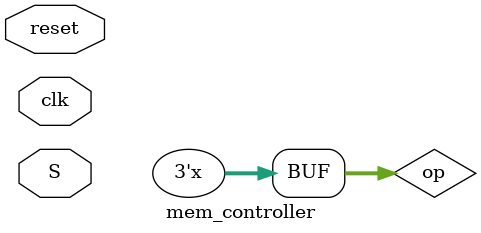
<source format=v>
`timescale 1ns / 1ps

module mem_controller(S,reset,clk
	);
	input S,reset,clk;
	
	parameter t0 = 5'b00000;
	parameter t1 = 5'b00001;
	parameter t2 = 5'b00010;
	parameter t3 = 5'b00011;
	parameter t4 = 5'b00100;
	parameter t5 = 5'b00101;
	parameter t6 = 5'b00110;
	parameter t7 = 5'b00111;
	parameter t8 = 5'b01000;
	parameter t9 = 5'b01001;
	parameter t10 = 5'b01010;
	parameter t11 = 5'b01011;
	parameter t12 = 5'b01100;
	parameter t13 = 5'b01101;
	parameter t14 = 5'b01110;
	parameter t15 = 5'b01111;
	parameter t16 = 5'b10000;
	parameter t17 = 5'b10001;
	parameter t18 = 5'b10010;
	parameter t19 = 5'b10011;
	parameter t20 = 5'b10100;
	parameter t21 = 5'b10101;
	parameter t22 = 5'b10110;
	parameter t23 = 5'b10111;
	parameter t24 = 5'b11000;
	parameter t25 = 5'b11001;
	parameter t26 = 5'b11010;
	parameter t27 = 5'b11011;
	parameter t28 = 5'b11100;
	parameter t29 = 5'b11101;
	parameter t30 = 5'b11110;
	parameter t31 = 5'b11111;
	
	reg ss_cs, ss_we, ss_oe, rf_we; // control signals for sram and reg file
	reg [7:0] ss_data_in = 0, rf_data_in, tmp; // data in buses for sram and reg file
	wire [7:0] ss_data_out, rf_data_out; // data out buses for sram and reg file
	reg [4:0] ss_address; // address buse for sram
	reg [3:0] rf_reg_id; // address buse for reg file
	
	// alu inputs and outputs
	wire alu_cout;
	wire [7:0] alu_out;
	reg [7:0] tmp1, tmp2;
	reg [2:0] op = 0;
	
	// internal variables
	reg [4:0] curr_state, next_state;
	reg P = 0;
	reg [4:0] count, count_alu;
	reg enable;
	
	sync_sram SS(ss_data_out, ss_data_in, ss_cs, ss_oe, ss_we, ss_address, clk);
	reg_file RF(rf_data_out, rf_data_in, rf_we, rf_reg_id, clk);
	ALU alu(alu_cout, alu_out, tmp1, tmp2, 0, op, enable);
	
	//Changing curr state
	always @ (posedge clk or posedge reset)
	begin
		if(reset) curr_state = t0;
		else curr_state = next_state;
	end
	
	// control path
	always @ (curr_state or S or P)
	begin
		case (curr_state)
			t0 : next_state = (P == 1) ? t10 : ((S == 1) ? t1 : t0);
			t1 : next_state = t2;
			t2 : next_state = t3;
			t3 : next_state = t4;
			t4 : next_state = t5;
			t5 : next_state = t6;
			t6 : next_state = t7;
			t7 : next_state = t8;
			t8 : next_state = t9;
			t9 : next_state = (count == 3'b000) ? t0 : t1;
			t10 : next_state = t11;
			t11 : next_state = t12;
			t12 : next_state = t13;
			t13 : next_state = t14;
			t14 : next_state = t15;
			t15 : next_state = t16;
			t16 : next_state = t17;
			t17 : next_state = t18;
			t18 : next_state = t19;
			t19 : next_state = t20;
			t20 : next_state = t21;
			t21 : next_state = t22;
			t22 : next_state = (count_alu == 3'b000) ? t0 : t10;
		endcase
	end
	
	// data path
	always @(curr_state)
	begin
		case (curr_state)
			// reading and writing
			// Initialisation
			t0: begin
				count = 7;
				count_alu = 3;
				ss_address = 0;
				ss_cs = 1;
				rf_we = 1;
				rf_reg_id = 0;
				rf_data_in = 0;
				tmp1 = 0;
				tmp2 = 0;
				if(P == 1) ss_address = ss_address + count;
			end
			// read from sram
			t2: begin
				count = count-1;
				ss_cs = 0;
				ss_we = 1;
				ss_oe = 0;
				rf_we = 1;
			end
			// write to reg file
			t4: begin
				tmp = ss_data_out;
				rf_we = 0;
				rf_data_in = tmp;
			end
			// disable write to reg file and disable sram
			t6: begin
				ss_cs = 1;			
				rf_we = 1;
			end
			// incrementing addresses
			t8: begin
				ss_address = ss_address + 1;
				rf_reg_id = rf_reg_id + 1;
				P = (count == 0) ? 1 : 0;
			end
			
			// alu operations and writing to sram
			// disable ALU
			t11: begin
				tmp1 = 0;
				tmp2 = 0;
				enable = 1;
			end
			// read first operand and increment address
			t13: begin
				tmp1 = rf_data_out;
				rf_reg_id = rf_reg_id + 1;
			end
			// read second operand and enable ALU
			t15: begin
				tmp2 = rf_data_out;
				enable = 0;
			end
			// Write the output of ALU to sram
			t17: begin
				ss_cs = 0;
				ss_we = 0;
				ss_oe=1;
				ss_data_in = alu_out;
			end
			// disable ALU and read sram
			t19: begin
				ss_cs = 0;
				ss_we = 1;
				ss_oe = 0;
				enable = 1;
			end
			// increment addresses and disable sram
			t21: begin
				ss_cs = 1;
				rf_we = 1;
				ss_address = ss_address + 1;
				rf_reg_id = rf_reg_id + 1;
				count_alu = count_alu - 1;
				op = op + 1;
				P = (count_alu == 0) ? 0 : 1;
			end
		endcase
		$display($time,",  curr=%d,  ss_add=%d,  ss_in=%d,  ss_out=%d,  rf_id=%d,  rf_in=%d,  rf_out=%d,  alu_out=%d", curr_state, ss_address, ss_data_in, ss_data_out, rf_reg_id, rf_data_in, rf_data_out, alu_out);
	end
endmodule

</source>
